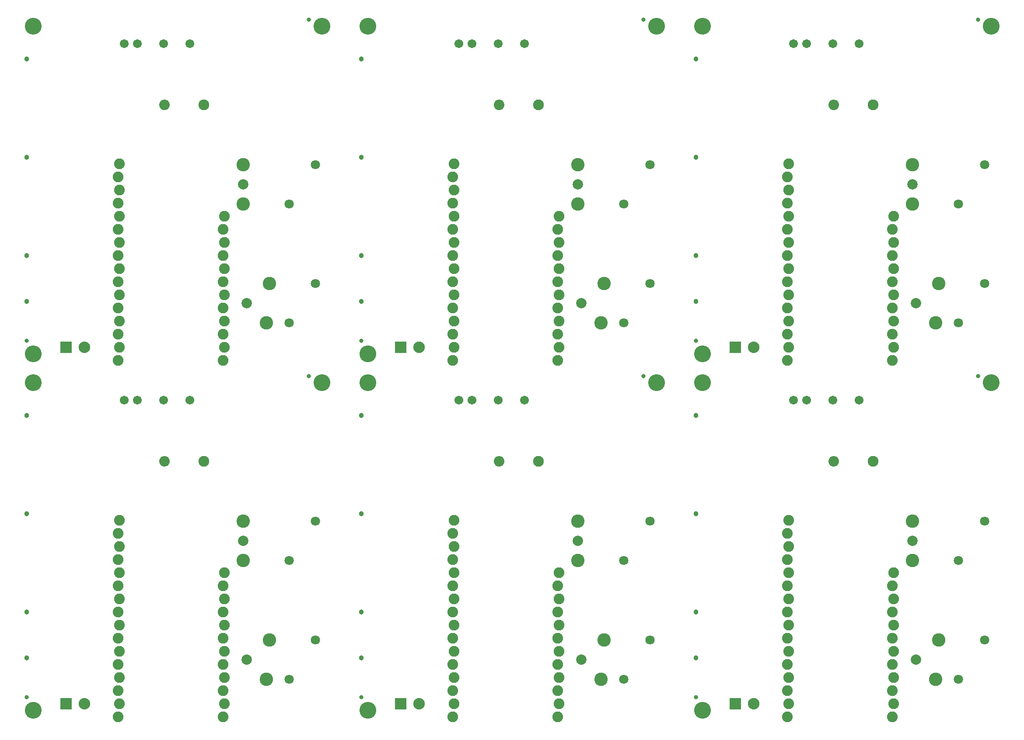
<source format=gbs>
G75*
%MOIN*%
%OFA0B0*%
%FSLAX25Y25*%
%IPPOS*%
%LPD*%
%AMOC8*
5,1,8,0,0,1.08239X$1,22.5*
%
%ADD10C,0.08200*%
%ADD11C,0.08062*%
%ADD12C,0.08246*%
%ADD13C,0.06706*%
%ADD14C,0.07887*%
%ADD15C,0.10250*%
%ADD16C,0.07100*%
%ADD17R,0.08800X0.08800*%
%ADD18C,0.08800*%
%ADD19C,0.12800*%
%ADD20C,0.03300*%
%ADD21C,0.03800*%
D10*
X0103150Y0033750D03*
X0104150Y0043750D03*
X0103150Y0053750D03*
X0104150Y0063750D03*
X0103150Y0073750D03*
X0104150Y0083750D03*
X0103150Y0093750D03*
X0104150Y0103750D03*
X0103150Y0113750D03*
X0104150Y0123750D03*
X0103150Y0133750D03*
X0104150Y0143750D03*
X0103150Y0153750D03*
X0104150Y0163750D03*
X0103150Y0173750D03*
X0104150Y0183750D03*
X0184150Y0143750D03*
X0183150Y0133750D03*
X0184150Y0123750D03*
X0183150Y0113750D03*
X0184150Y0103750D03*
X0183150Y0093750D03*
X0184150Y0083750D03*
X0183150Y0073750D03*
X0184150Y0063750D03*
X0183150Y0053750D03*
X0184150Y0043750D03*
X0183150Y0033750D03*
X0358150Y0033750D03*
X0359150Y0043750D03*
X0358150Y0053750D03*
X0359150Y0063750D03*
X0358150Y0073750D03*
X0359150Y0083750D03*
X0358150Y0093750D03*
X0359150Y0103750D03*
X0358150Y0113750D03*
X0359150Y0123750D03*
X0358150Y0133750D03*
X0359150Y0143750D03*
X0358150Y0153750D03*
X0359150Y0163750D03*
X0358150Y0173750D03*
X0359150Y0183750D03*
X0438150Y0133750D03*
X0439150Y0143750D03*
X0439150Y0123750D03*
X0438150Y0113750D03*
X0439150Y0103750D03*
X0438150Y0093750D03*
X0439150Y0083750D03*
X0438150Y0073750D03*
X0439150Y0063750D03*
X0438150Y0053750D03*
X0439150Y0043750D03*
X0438150Y0033750D03*
X0613150Y0033750D03*
X0614150Y0043750D03*
X0613150Y0053750D03*
X0614150Y0063750D03*
X0613150Y0073750D03*
X0614150Y0083750D03*
X0613150Y0093750D03*
X0614150Y0103750D03*
X0613150Y0113750D03*
X0614150Y0123750D03*
X0613150Y0133750D03*
X0614150Y0143750D03*
X0613150Y0153750D03*
X0614150Y0163750D03*
X0613150Y0173750D03*
X0614150Y0183750D03*
X0694150Y0143750D03*
X0693150Y0133750D03*
X0694150Y0123750D03*
X0693150Y0113750D03*
X0694150Y0103750D03*
X0693150Y0093750D03*
X0694150Y0083750D03*
X0693150Y0073750D03*
X0694150Y0063750D03*
X0693150Y0053750D03*
X0694150Y0043750D03*
X0693150Y0033750D03*
X0693150Y0305750D03*
X0694150Y0315750D03*
X0693150Y0325750D03*
X0694150Y0335750D03*
X0693150Y0345750D03*
X0694150Y0355750D03*
X0693150Y0365750D03*
X0694150Y0375750D03*
X0693150Y0385750D03*
X0694150Y0395750D03*
X0693150Y0405750D03*
X0694150Y0415750D03*
X0614150Y0415750D03*
X0613150Y0405750D03*
X0614150Y0395750D03*
X0613150Y0385750D03*
X0614150Y0375750D03*
X0613150Y0365750D03*
X0614150Y0355750D03*
X0613150Y0345750D03*
X0614150Y0335750D03*
X0613150Y0325750D03*
X0614150Y0315750D03*
X0613150Y0305750D03*
X0613150Y0425750D03*
X0614150Y0435750D03*
X0613150Y0445750D03*
X0614150Y0455750D03*
X0439150Y0415750D03*
X0438150Y0405750D03*
X0439150Y0395750D03*
X0438150Y0385750D03*
X0439150Y0375750D03*
X0438150Y0365750D03*
X0439150Y0355750D03*
X0438150Y0345750D03*
X0439150Y0335750D03*
X0438150Y0325750D03*
X0439150Y0315750D03*
X0438150Y0305750D03*
X0359150Y0315750D03*
X0358150Y0325750D03*
X0359150Y0335750D03*
X0358150Y0345750D03*
X0359150Y0355750D03*
X0358150Y0365750D03*
X0359150Y0375750D03*
X0358150Y0385750D03*
X0359150Y0395750D03*
X0358150Y0405750D03*
X0359150Y0415750D03*
X0358150Y0425750D03*
X0359150Y0435750D03*
X0358150Y0445750D03*
X0359150Y0455750D03*
X0184150Y0415750D03*
X0183150Y0405750D03*
X0184150Y0395750D03*
X0183150Y0385750D03*
X0184150Y0375750D03*
X0183150Y0365750D03*
X0184150Y0355750D03*
X0183150Y0345750D03*
X0184150Y0335750D03*
X0183150Y0325750D03*
X0184150Y0315750D03*
X0183150Y0305750D03*
X0104150Y0315750D03*
X0103150Y0325750D03*
X0104150Y0335750D03*
X0103150Y0345750D03*
X0104150Y0355750D03*
X0103150Y0365750D03*
X0104150Y0375750D03*
X0103150Y0385750D03*
X0104150Y0395750D03*
X0103150Y0405750D03*
X0104150Y0415750D03*
X0103150Y0425750D03*
X0104150Y0435750D03*
X0103150Y0445750D03*
X0104150Y0455750D03*
X0103150Y0305750D03*
X0358150Y0305750D03*
D11*
X0393650Y0228750D03*
X0138650Y0228750D03*
X0138650Y0500750D03*
X0393650Y0500750D03*
X0648650Y0500750D03*
X0648650Y0228750D03*
D12*
X0678650Y0228750D03*
X0423650Y0228750D03*
X0168650Y0228750D03*
X0168650Y0500750D03*
X0423650Y0500750D03*
X0678650Y0500750D03*
D13*
X0667941Y0547561D03*
X0647941Y0547561D03*
X0627941Y0547561D03*
X0617941Y0547561D03*
X0412941Y0547561D03*
X0392941Y0547561D03*
X0372941Y0547561D03*
X0362941Y0547561D03*
X0157941Y0547561D03*
X0137941Y0547561D03*
X0117941Y0547561D03*
X0107941Y0547561D03*
X0107941Y0275561D03*
X0117941Y0275561D03*
X0137941Y0275561D03*
X0157941Y0275561D03*
X0362941Y0275561D03*
X0372941Y0275561D03*
X0392941Y0275561D03*
X0412941Y0275561D03*
X0617941Y0275561D03*
X0627941Y0275561D03*
X0647941Y0275561D03*
X0667941Y0275561D03*
D14*
X0711150Y0349699D03*
X0708650Y0440199D03*
X0453650Y0440199D03*
X0456150Y0349699D03*
X0201150Y0349699D03*
X0198650Y0440199D03*
X0198650Y0168199D03*
X0201150Y0077699D03*
X0456150Y0077699D03*
X0453650Y0168199D03*
X0708650Y0168199D03*
X0711150Y0077699D03*
D15*
X0728650Y0092699D03*
X0726150Y0062699D03*
X0708650Y0153199D03*
X0708650Y0183199D03*
X0726150Y0334699D03*
X0728650Y0364699D03*
X0708650Y0425199D03*
X0708650Y0455199D03*
X0473650Y0364699D03*
X0471150Y0334699D03*
X0453650Y0425199D03*
X0453650Y0455199D03*
X0218650Y0364699D03*
X0216150Y0334699D03*
X0198650Y0425199D03*
X0198650Y0455199D03*
X0198650Y0183199D03*
X0198650Y0153199D03*
X0218650Y0092699D03*
X0216150Y0062699D03*
X0453650Y0153199D03*
X0453650Y0183199D03*
X0473650Y0092699D03*
X0471150Y0062699D03*
D16*
X0488650Y0062699D03*
X0508650Y0092699D03*
X0488650Y0153199D03*
X0508650Y0183199D03*
X0488650Y0334699D03*
X0508650Y0364699D03*
X0488650Y0425199D03*
X0508650Y0455199D03*
X0743650Y0425199D03*
X0763650Y0455199D03*
X0763650Y0364699D03*
X0743650Y0334699D03*
X0763650Y0183199D03*
X0743650Y0153199D03*
X0763650Y0092699D03*
X0743650Y0062699D03*
X0253650Y0092699D03*
X0233650Y0062699D03*
X0233650Y0153199D03*
X0253650Y0183199D03*
X0233650Y0334699D03*
X0253650Y0364699D03*
X0233650Y0425199D03*
X0253650Y0455199D03*
D17*
X0318650Y0315750D03*
X0063650Y0315750D03*
X0063650Y0043750D03*
X0318650Y0043750D03*
X0573650Y0043750D03*
X0573650Y0315750D03*
D18*
X0587430Y0315750D03*
X0332430Y0315750D03*
X0077430Y0315750D03*
X0077430Y0043750D03*
X0332430Y0043750D03*
X0587430Y0043750D03*
D19*
X0038650Y0038750D03*
X0293650Y0038750D03*
X0548650Y0038750D03*
X0548650Y0288750D03*
X0548650Y0310750D03*
X0513650Y0288750D03*
X0293650Y0288750D03*
X0293650Y0310750D03*
X0258650Y0288750D03*
X0038650Y0288750D03*
X0038650Y0310750D03*
X0038650Y0560750D03*
X0258650Y0560750D03*
X0293650Y0560750D03*
X0513650Y0560750D03*
X0548650Y0560750D03*
X0768650Y0560750D03*
X0768650Y0288750D03*
D20*
X0758650Y0293750D03*
X0543650Y0320750D03*
X0503650Y0293750D03*
X0288650Y0320750D03*
X0248650Y0293750D03*
X0033650Y0320750D03*
X0248650Y0565750D03*
X0503650Y0565750D03*
X0758650Y0565750D03*
X0543650Y0048750D03*
X0288650Y0048750D03*
X0033650Y0048750D03*
D21*
X0033650Y0078750D03*
X0033650Y0113750D03*
X0033650Y0188750D03*
X0033650Y0263750D03*
X0033650Y0350750D03*
X0033650Y0385750D03*
X0033650Y0460750D03*
X0033650Y0535750D03*
X0288650Y0535750D03*
X0288650Y0460750D03*
X0288650Y0385750D03*
X0288650Y0350750D03*
X0288650Y0263750D03*
X0288650Y0188750D03*
X0288650Y0113750D03*
X0288650Y0078750D03*
X0543650Y0078750D03*
X0543650Y0113750D03*
X0543650Y0188750D03*
X0543650Y0263750D03*
X0543650Y0350750D03*
X0543650Y0385750D03*
X0543650Y0460750D03*
X0543650Y0535750D03*
M02*

</source>
